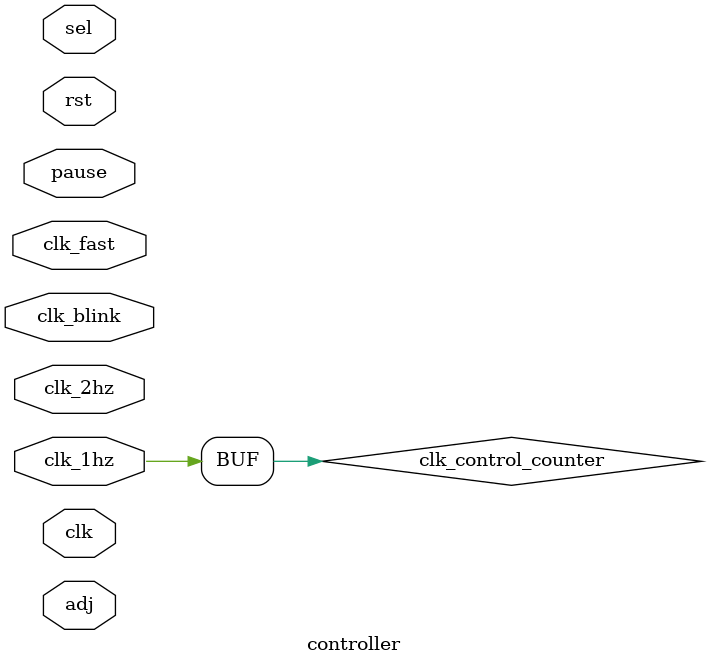
<source format=v>
`timescale 1ns / 1ps
module controller(
    input clk,
    input clk_1hz, input clk_2hz, 
    input clk_fast, input clk_blink,
    input sel, input adj,
    input pause, input rst
    //output an, 
	 //output is_blinking, //output clk_blink_out,
    //output is_min_increasing, output is_sec_increasing
    //output clk_control_counter
    );
    
    wire clk_1hz, clk_2hz, 
    clk_fast, clk_blink;
    
    
    
    always @(*) begin
        clk_control_counter = clk_1hz;
        is_min_increasing = 1;
        is_sec_increasing = 1;
        if (pause == 1) begin
            is_min_increasing = 0;
            is_sec_increasing = 0;
        end
        else if (adj == 1) begin
            if (sel == 0) begin
                //is_min_increasing = 1;
                //is_sec_increasing = 0;
            end
            else begin
                //is_min_increasing = 0;
                //is_sec_increasing = 1;
            end
            //clk_control_counter = clk_2hz;
        end
        
        //an = 1;
    end
    
endmodule

</source>
